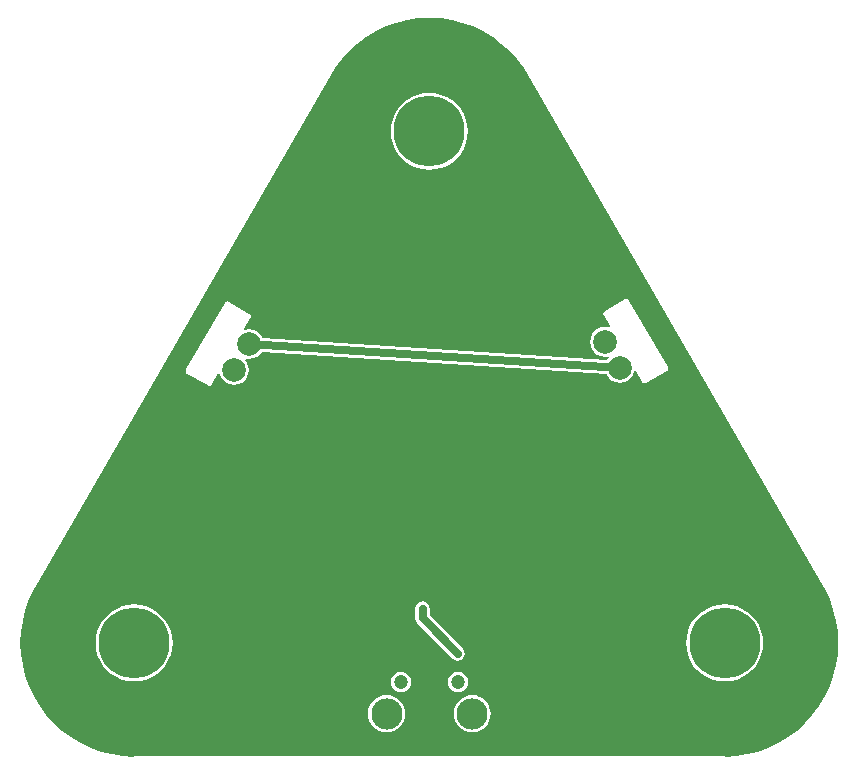
<source format=gbl>
G04 Layer_Physical_Order=2*
G04 Layer_Color=16711680*
%FSLAX44Y44*%
%MOMM*%
G71*
G01*
G75*
%ADD10C,0.7000*%
%ADD16C,0.7000*%
%ADD17C,6.0000*%
%ADD18C,2.6400*%
%ADD19C,1.2000*%
%ADD20C,2.0000*%
G36*
X403431Y641756D02*
X412771Y640370D01*
X421931Y638076D01*
X430821Y634895D01*
X439357Y630858D01*
X447456Y626003D01*
X455041Y620378D01*
X462037Y614037D01*
X468378Y607041D01*
X474003Y599456D01*
X477239Y594058D01*
X477274Y594078D01*
X727274Y161065D01*
X727239Y161045D01*
X728857Y158345D01*
X732895Y149809D01*
X736076Y140918D01*
X738370Y131759D01*
X739756Y122418D01*
X740219Y112987D01*
X739756Y103556D01*
X738370Y94216D01*
X736076Y85056D01*
X732895Y76166D01*
X728857Y67630D01*
X724003Y59531D01*
X718378Y51947D01*
X712037Y44950D01*
X705041Y38609D01*
X697456Y32984D01*
X689357Y28130D01*
X680821Y24093D01*
X671931Y20912D01*
X662771Y18617D01*
X653431Y17232D01*
X644253Y16781D01*
X644000Y16831D01*
X144000D01*
X143747Y16781D01*
X134569Y17232D01*
X125229Y18617D01*
X116069Y20912D01*
X107179Y24093D01*
X98643Y28130D01*
X90544Y32984D01*
X82959Y38609D01*
X75963Y44950D01*
X69622Y51947D01*
X63997Y59531D01*
X59142Y67630D01*
X55105Y76166D01*
X51924Y85056D01*
X49630Y94216D01*
X48244Y103556D01*
X47781Y112987D01*
X48244Y122418D01*
X49630Y131759D01*
X51924Y140918D01*
X55105Y149809D01*
X59142Y158345D01*
X60761Y161045D01*
X60726Y161065D01*
X310726Y594078D01*
X310761Y594058D01*
X313997Y599456D01*
X319622Y607041D01*
X325963Y614037D01*
X332959Y620378D01*
X340544Y626003D01*
X348643Y630858D01*
X357179Y634895D01*
X366069Y638076D01*
X375229Y640370D01*
X384569Y641756D01*
X394000Y642219D01*
X403431Y641756D01*
D02*
G37*
%LPC*%
G36*
X369750Y88373D02*
X367531Y88081D01*
X365463Y87225D01*
X363688Y85862D01*
X362325Y84087D01*
X361469Y82019D01*
X361177Y79800D01*
X361469Y77581D01*
X362325Y75513D01*
X363688Y73738D01*
X365463Y72375D01*
X367531Y71519D01*
X369750Y71227D01*
X371969Y71519D01*
X374037Y72375D01*
X375812Y73738D01*
X377175Y75513D01*
X378031Y77581D01*
X378323Y79800D01*
X378031Y82019D01*
X377175Y84087D01*
X375812Y85862D01*
X374037Y87225D01*
X371969Y88081D01*
X369750Y88373D01*
D02*
G37*
G36*
X418250D02*
X416031Y88081D01*
X413963Y87225D01*
X412188Y85862D01*
X410825Y84087D01*
X409969Y82019D01*
X409677Y79800D01*
X409969Y77581D01*
X410825Y75513D01*
X412188Y73738D01*
X413963Y72375D01*
X416031Y71519D01*
X418250Y71227D01*
X420469Y71519D01*
X422537Y72375D01*
X424312Y73738D01*
X425675Y75513D01*
X426531Y77581D01*
X426823Y79800D01*
X426531Y82019D01*
X425675Y84087D01*
X424312Y85862D01*
X422537Y87225D01*
X420469Y88081D01*
X418250Y88373D01*
D02*
G37*
G36*
X357750Y68776D02*
X354672Y68473D01*
X351713Y67575D01*
X348985Y66117D01*
X346595Y64155D01*
X344633Y61765D01*
X343175Y59037D01*
X342277Y56078D01*
X341974Y53000D01*
X342277Y49922D01*
X343175Y46963D01*
X344633Y44235D01*
X346595Y41845D01*
X348985Y39883D01*
X351713Y38425D01*
X354672Y37527D01*
X357750Y37224D01*
X360828Y37527D01*
X363787Y38425D01*
X366515Y39883D01*
X368905Y41845D01*
X370867Y44235D01*
X372325Y46963D01*
X373223Y49922D01*
X373526Y53000D01*
X373223Y56078D01*
X372325Y59037D01*
X370867Y61765D01*
X368905Y64155D01*
X366515Y66117D01*
X363787Y67575D01*
X360828Y68473D01*
X357750Y68776D01*
D02*
G37*
G36*
X430250D02*
X427172Y68473D01*
X424213Y67575D01*
X421485Y66117D01*
X419095Y64155D01*
X417133Y61765D01*
X415675Y59037D01*
X414777Y56078D01*
X414474Y53000D01*
X414777Y49922D01*
X415675Y46963D01*
X417133Y44235D01*
X419095Y41845D01*
X421485Y39883D01*
X424213Y38425D01*
X427172Y37527D01*
X430250Y37224D01*
X433328Y37527D01*
X436287Y38425D01*
X439015Y39883D01*
X441405Y41845D01*
X443367Y44235D01*
X444825Y46963D01*
X445723Y49922D01*
X446026Y53000D01*
X445723Y56078D01*
X444825Y59037D01*
X443367Y61765D01*
X441405Y64155D01*
X439015Y66117D01*
X436287Y67575D01*
X433328Y68473D01*
X430250Y68776D01*
D02*
G37*
G36*
X144000Y145590D02*
X138900Y145189D01*
X133926Y143995D01*
X129200Y142037D01*
X124838Y139364D01*
X120948Y136042D01*
X117626Y132152D01*
X114953Y127790D01*
X112995Y123064D01*
X111801Y118090D01*
X111399Y112990D01*
X111801Y107890D01*
X112995Y102916D01*
X114953Y98190D01*
X117626Y93828D01*
X120948Y89938D01*
X124838Y86616D01*
X129200Y83943D01*
X133926Y81985D01*
X138900Y80791D01*
X144000Y80389D01*
X149100Y80791D01*
X154074Y81985D01*
X158800Y83943D01*
X163162Y86616D01*
X167052Y89938D01*
X170374Y93828D01*
X173047Y98190D01*
X175005Y102916D01*
X176199Y107890D01*
X176600Y112990D01*
X176199Y118090D01*
X175005Y123064D01*
X173047Y127790D01*
X170374Y132152D01*
X167052Y136042D01*
X163162Y139364D01*
X158800Y142037D01*
X154074Y143995D01*
X149100Y145189D01*
X144000Y145590D01*
D02*
G37*
G36*
X560823Y404073D02*
X559881Y403753D01*
X559881Y403753D01*
X542561Y393753D01*
X541813Y393097D01*
X541373Y392206D01*
X541308Y391213D01*
X541628Y390271D01*
X546953Y381048D01*
X546115Y380093D01*
X545913Y380177D01*
X542650Y380606D01*
X539387Y380177D01*
X536346Y378917D01*
X533735Y376914D01*
X531731Y374302D01*
X530472Y371262D01*
X530042Y367999D01*
X530472Y364735D01*
X531731Y361695D01*
X533735Y359083D01*
X536346Y357080D01*
X539387Y355820D01*
X542650Y355391D01*
X545576Y355776D01*
X545578Y355774D01*
X546227Y354649D01*
X546228Y354647D01*
X544813Y352803D01*
X252639Y371410D01*
X252269Y372303D01*
X250265Y374914D01*
X247654Y376917D01*
X244613Y378177D01*
X241350Y378606D01*
X238087Y378177D01*
X237885Y378093D01*
X237047Y379048D01*
X242372Y388271D01*
X242692Y389213D01*
X242627Y390205D01*
X242187Y391097D01*
X241439Y391753D01*
X224119Y401753D01*
X224119Y401753D01*
X223177Y402073D01*
X222185Y402008D01*
X221293Y401568D01*
X220637Y400820D01*
X188137Y344529D01*
X187817Y343587D01*
X187882Y342594D01*
X188322Y341702D01*
X189070Y341047D01*
X206390Y331047D01*
X206390Y331047D01*
X207332Y330727D01*
X208325Y330792D01*
X209217Y331232D01*
X209872Y331980D01*
X215198Y341203D01*
X216443Y340955D01*
X216472Y340738D01*
X217731Y337697D01*
X219735Y335086D01*
X222346Y333083D01*
X225387Y331823D01*
X228650Y331394D01*
X231913Y331823D01*
X234954Y333083D01*
X237565Y335086D01*
X239569Y337697D01*
X240828Y340738D01*
X241258Y344001D01*
X240828Y347265D01*
X239569Y350305D01*
X237772Y352647D01*
X237773Y352649D01*
X238422Y353774D01*
X238424Y353776D01*
X241350Y353391D01*
X244613Y353820D01*
X247654Y355080D01*
X250265Y357083D01*
X251887Y359198D01*
X544061Y340591D01*
X544431Y339697D01*
X546435Y337086D01*
X549046Y335083D01*
X552087Y333823D01*
X555350Y333394D01*
X558613Y333823D01*
X561654Y335083D01*
X564265Y337086D01*
X566269Y339697D01*
X567528Y342738D01*
X567557Y342955D01*
X568802Y343203D01*
X574128Y333980D01*
X574783Y333232D01*
X575675Y332792D01*
X576668Y332727D01*
X577610Y333047D01*
X577610Y333047D01*
X594930Y343047D01*
X595678Y343703D01*
X596118Y344594D01*
X596183Y345587D01*
X595863Y346529D01*
X563363Y402820D01*
X562707Y403568D01*
X561815Y404008D01*
X560823Y404073D01*
D02*
G37*
G36*
X394000Y578601D02*
X388900Y578199D01*
X383926Y577005D01*
X379200Y575047D01*
X374838Y572374D01*
X370948Y569052D01*
X367626Y565162D01*
X364953Y560800D01*
X362995Y556074D01*
X361801Y551100D01*
X361399Y546000D01*
X361801Y540900D01*
X362995Y535926D01*
X364953Y531200D01*
X367626Y526838D01*
X370948Y522948D01*
X374838Y519626D01*
X379200Y516953D01*
X383926Y514995D01*
X388900Y513801D01*
X394000Y513400D01*
X399100Y513801D01*
X404074Y514995D01*
X408800Y516953D01*
X413162Y519626D01*
X417052Y522948D01*
X420374Y526838D01*
X423047Y531200D01*
X425005Y535926D01*
X426199Y540900D01*
X426600Y546000D01*
X426199Y551100D01*
X425005Y556074D01*
X423047Y560800D01*
X420374Y565162D01*
X417052Y569052D01*
X413162Y572374D01*
X408800Y575047D01*
X404074Y577005D01*
X399100Y578199D01*
X394000Y578601D01*
D02*
G37*
G36*
X644000Y145590D02*
X638900Y145189D01*
X633926Y143995D01*
X629200Y142037D01*
X624838Y139364D01*
X620948Y136042D01*
X617626Y132152D01*
X614953Y127790D01*
X612995Y123064D01*
X611801Y118090D01*
X611399Y112990D01*
X611801Y107890D01*
X612995Y102916D01*
X614953Y98190D01*
X617626Y93828D01*
X620948Y89938D01*
X624838Y86616D01*
X629200Y83943D01*
X633926Y81985D01*
X638900Y80791D01*
X644000Y80389D01*
X649100Y80791D01*
X654074Y81985D01*
X658800Y83943D01*
X663162Y86616D01*
X667052Y89938D01*
X670374Y93828D01*
X673047Y98190D01*
X675005Y102916D01*
X676199Y107890D01*
X676600Y112990D01*
X676199Y118090D01*
X675005Y123064D01*
X673047Y127790D01*
X670374Y132152D01*
X667052Y136042D01*
X663162Y139364D01*
X658800Y142037D01*
X654074Y143995D01*
X649100Y145189D01*
X644000Y145590D01*
D02*
G37*
G36*
X388250Y148118D02*
X385909Y147652D01*
X383924Y146326D01*
X382598Y144341D01*
X382132Y142000D01*
Y133750D01*
X382598Y131409D01*
X383924Y129424D01*
X413674Y99674D01*
X415659Y98348D01*
X418000Y97882D01*
X420341Y98348D01*
X422326Y99674D01*
X423652Y101659D01*
X424118Y104000D01*
X423652Y106341D01*
X422326Y108326D01*
X394367Y136284D01*
Y142000D01*
X393902Y144341D01*
X392576Y146326D01*
X390591Y147652D01*
X388250Y148118D01*
D02*
G37*
%LPD*%
D10*
Y133750D02*
X418000Y104000D01*
X388250Y133750D02*
Y142000D01*
X241350Y365999D02*
X555350Y346002D01*
D16*
X388250Y142000D02*
D03*
X418000Y104000D02*
D03*
D17*
X644000Y112990D02*
D03*
X144000D02*
D03*
X394000Y546000D02*
D03*
D18*
X430250Y53000D02*
D03*
X357750D02*
D03*
D19*
X418250Y79800D02*
D03*
X369750D02*
D03*
D20*
X542650Y367999D02*
D03*
X555350Y346002D02*
D03*
X228650Y344002D02*
D03*
X241350Y365999D02*
D03*
M02*

</source>
